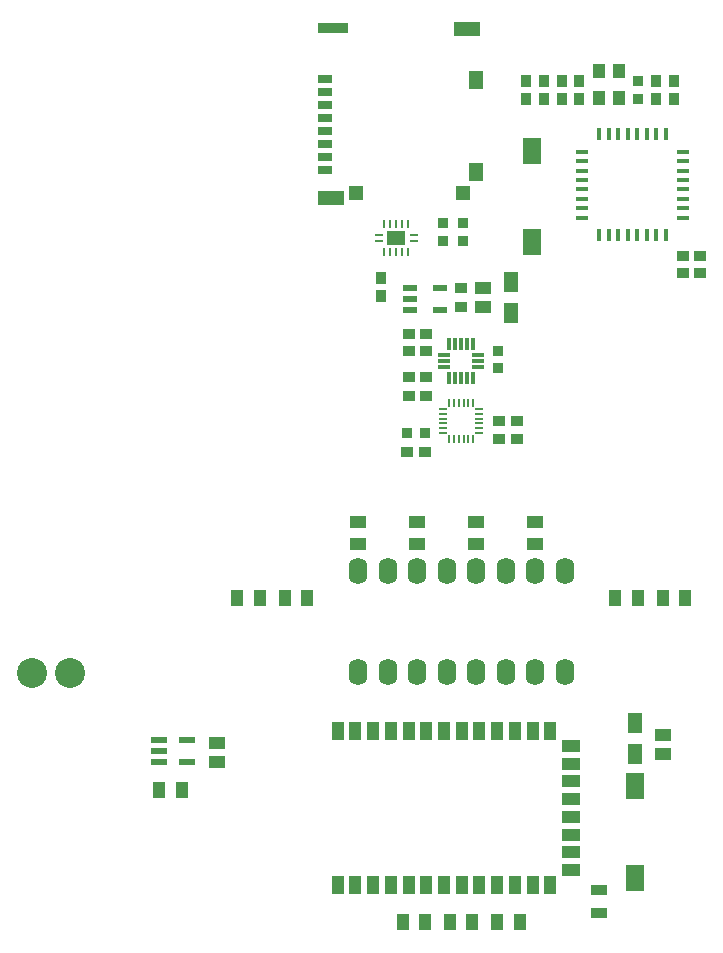
<source format=gbp>
G04*
G04 #@! TF.GenerationSoftware,Altium Limited,Altium Designer,20.0.13 (296)*
G04*
G04 Layer_Color=128*
%FSLAX25Y25*%
%MOIN*%
G70*
G01*
G75*
%ADD29R,0.05512X0.03543*%
%ADD31R,0.03819X0.04095*%
%ADD38R,0.03937X0.03347*%
%ADD39R,0.04095X0.03819*%
%ADD43R,0.05709X0.03937*%
%ADD44R,0.04921X0.07087*%
%ADD45R,0.06299X0.08622*%
%ADD46R,0.05787X0.04016*%
%ADD47R,0.03543X0.03740*%
%ADD48R,0.03740X0.03543*%
%ADD62R,0.03937X0.05709*%
%ADD141C,0.10000*%
%ADD142R,0.00866X0.02520*%
%ADD143R,0.02520X0.00866*%
%ADD144R,0.04882X0.03150*%
%ADD145R,0.09843X0.03740*%
%ADD146R,0.08661X0.04528*%
%ADD147R,0.04921X0.04567*%
%ADD148R,0.04724X0.04567*%
%ADD149R,0.04528X0.05906*%
%ADD150R,0.01181X0.03937*%
%ADD151R,0.03937X0.01181*%
%ADD152R,0.04173X0.04764*%
%ADD153R,0.04331X0.01772*%
%ADD154R,0.01772X0.04331*%
%ADD155R,0.06496X0.04528*%
%ADD156R,0.03071X0.01063*%
%ADD157R,0.01063X0.03071*%
%ADD158R,0.05000X0.02200*%
%ADD159R,0.05200X0.02200*%
%ADD160O,0.06299X0.08858*%
%ADD161R,0.03937X0.05906*%
%ADD162R,0.05906X0.03937*%
G36*
X-24390Y62520D02*
Y59528D01*
X-21910D01*
Y62520D01*
X-24390D01*
D02*
G37*
G36*
X-21398D02*
Y59528D01*
X-18917D01*
Y62520D01*
X-21398D01*
D02*
G37*
D29*
X45850Y-163890D02*
D03*
Y-156410D02*
D03*
D31*
X70866Y113150D02*
D03*
Y107323D02*
D03*
X64961Y113150D02*
D03*
Y107323D02*
D03*
X39370Y113150D02*
D03*
Y107323D02*
D03*
X33465D02*
D03*
Y113150D02*
D03*
X27559Y107323D02*
D03*
Y113150D02*
D03*
X21654Y107323D02*
D03*
Y113150D02*
D03*
X-26700Y47513D02*
D03*
Y41687D02*
D03*
D38*
X71Y44246D02*
D03*
Y37946D02*
D03*
D39*
X79685Y55118D02*
D03*
X73858D02*
D03*
X79685Y49449D02*
D03*
X73858D02*
D03*
X-11638Y28900D02*
D03*
X-17465D02*
D03*
X-11638Y23367D02*
D03*
X-17465D02*
D03*
X18555Y-91D02*
D03*
X12728D02*
D03*
X18555Y-5984D02*
D03*
X12728D02*
D03*
X-18013Y-10500D02*
D03*
X-12187D02*
D03*
X-11638Y8450D02*
D03*
X-17465D02*
D03*
Y14600D02*
D03*
X-11638D02*
D03*
D43*
X4843Y-41142D02*
D03*
Y-33661D02*
D03*
X24528Y-41142D02*
D03*
Y-33661D02*
D03*
X-34528Y-41142D02*
D03*
Y-33661D02*
D03*
X-14842Y-41142D02*
D03*
Y-33661D02*
D03*
D44*
X16689Y46175D02*
D03*
Y35939D02*
D03*
X57803Y-111065D02*
D03*
Y-100828D02*
D03*
D45*
X23622Y90102D02*
D03*
Y59503D02*
D03*
X57803Y-121602D02*
D03*
Y-152202D02*
D03*
D46*
X7248Y37868D02*
D03*
Y44246D02*
D03*
X-81524Y-107346D02*
D03*
Y-113724D02*
D03*
X67335Y-104687D02*
D03*
Y-111065D02*
D03*
D47*
X-18053Y-4150D02*
D03*
X-12147D02*
D03*
D48*
X59055Y107283D02*
D03*
Y113189D02*
D03*
X500Y60047D02*
D03*
Y65953D02*
D03*
X-5913D02*
D03*
Y60047D02*
D03*
X12400Y23405D02*
D03*
Y17500D02*
D03*
D62*
X-67126Y-59055D02*
D03*
X-74606D02*
D03*
X-58858D02*
D03*
X-51378D02*
D03*
X58858D02*
D03*
X51378D02*
D03*
X67126D02*
D03*
X74606D02*
D03*
X19488Y-166945D02*
D03*
X12008D02*
D03*
X-93227Y-123100D02*
D03*
X-100708D02*
D03*
X-19488Y-166945D02*
D03*
X-12008D02*
D03*
X3740D02*
D03*
X-3740D02*
D03*
D141*
X-130500Y-84100D02*
D03*
X-143000D02*
D03*
D142*
X3937Y6083D02*
D03*
X2362D02*
D03*
X787D02*
D03*
X-787D02*
D03*
X-2362D02*
D03*
X-3937D02*
D03*
Y-6083D02*
D03*
X-2362D02*
D03*
X-787D02*
D03*
X787D02*
D03*
X2362D02*
D03*
X3937D02*
D03*
D143*
X-6083Y3937D02*
D03*
Y2362D02*
D03*
Y787D02*
D03*
Y-787D02*
D03*
Y-2362D02*
D03*
Y-3937D02*
D03*
X6083D02*
D03*
Y-2362D02*
D03*
Y-787D02*
D03*
Y787D02*
D03*
Y2362D02*
D03*
Y3937D02*
D03*
D144*
X-45287Y113862D02*
D03*
Y109531D02*
D03*
Y105201D02*
D03*
Y100870D02*
D03*
Y96539D02*
D03*
Y92209D02*
D03*
Y87878D02*
D03*
Y83547D02*
D03*
D145*
X-42807Y130968D02*
D03*
D146*
X-43398Y74315D02*
D03*
X1799Y130575D02*
D03*
D147*
X-34933Y75910D02*
D03*
D148*
X500D02*
D03*
D149*
X4929Y113626D02*
D03*
Y82996D02*
D03*
D150*
X-3937Y25709D02*
D03*
X-1969D02*
D03*
X0D02*
D03*
X1969D02*
D03*
X3937D02*
D03*
Y14291D02*
D03*
X1969D02*
D03*
X0D02*
D03*
X-1969D02*
D03*
X-3937D02*
D03*
D151*
X5709Y21969D02*
D03*
Y20000D02*
D03*
Y18032D02*
D03*
X-5709D02*
D03*
Y20000D02*
D03*
Y21969D02*
D03*
D152*
X52461Y107677D02*
D03*
Y116732D02*
D03*
X45965D02*
D03*
Y107677D02*
D03*
D153*
X40354Y89764D02*
D03*
Y86614D02*
D03*
Y83465D02*
D03*
Y80315D02*
D03*
Y77165D02*
D03*
Y74016D02*
D03*
Y70866D02*
D03*
Y67716D02*
D03*
X73819D02*
D03*
Y70866D02*
D03*
Y74016D02*
D03*
Y77165D02*
D03*
Y80315D02*
D03*
Y83465D02*
D03*
Y86614D02*
D03*
Y89764D02*
D03*
D154*
X46063Y62008D02*
D03*
X49213D02*
D03*
X52362D02*
D03*
X55512D02*
D03*
X58661D02*
D03*
X61811D02*
D03*
X64961D02*
D03*
X68110D02*
D03*
Y95472D02*
D03*
X64961D02*
D03*
X61811D02*
D03*
X58661D02*
D03*
X55512D02*
D03*
X52362D02*
D03*
X49213D02*
D03*
X46063D02*
D03*
D155*
X-21654Y61024D02*
D03*
D156*
X-27402Y60039D02*
D03*
X-15905D02*
D03*
Y62008D02*
D03*
X-27402D02*
D03*
D157*
X-25591Y56260D02*
D03*
X-23622D02*
D03*
X-21654D02*
D03*
X-19685D02*
D03*
X-17717D02*
D03*
Y65787D02*
D03*
X-19685D02*
D03*
X-21654D02*
D03*
X-23622D02*
D03*
X-25591D02*
D03*
D158*
X-6943Y36846D02*
D03*
Y44246D02*
D03*
X-17143D02*
D03*
Y40546D02*
D03*
Y36846D02*
D03*
D159*
X-91308Y-113724D02*
D03*
Y-106244D02*
D03*
X-100708D02*
D03*
Y-109984D02*
D03*
Y-113724D02*
D03*
D160*
X-34528Y-83661D02*
D03*
X-24528D02*
D03*
Y-50197D02*
D03*
X-34528D02*
D03*
X-14842Y-83661D02*
D03*
X-4843D02*
D03*
Y-50197D02*
D03*
X-14842D02*
D03*
X4843Y-83661D02*
D03*
X14842D02*
D03*
Y-50197D02*
D03*
X4843D02*
D03*
X24528Y-83661D02*
D03*
X34528D02*
D03*
Y-50197D02*
D03*
X24528D02*
D03*
D161*
X-41161Y-154642D02*
D03*
X-35256D02*
D03*
X-29350D02*
D03*
X-23445D02*
D03*
X-17539D02*
D03*
X-11634D02*
D03*
X-5728D02*
D03*
X177D02*
D03*
X6083D02*
D03*
X11988D02*
D03*
X17894D02*
D03*
X23799D02*
D03*
X29705D02*
D03*
Y-103461D02*
D03*
X23799D02*
D03*
X17894D02*
D03*
X11988D02*
D03*
X6083D02*
D03*
X177D02*
D03*
X-5728D02*
D03*
X-11634D02*
D03*
X-17539D02*
D03*
X-23445D02*
D03*
X-29350D02*
D03*
X-35256D02*
D03*
X-41161D02*
D03*
D162*
X36595Y-149721D02*
D03*
Y-143815D02*
D03*
Y-137909D02*
D03*
Y-132004D02*
D03*
Y-126098D02*
D03*
Y-120193D02*
D03*
Y-114287D02*
D03*
Y-108382D02*
D03*
M02*

</source>
